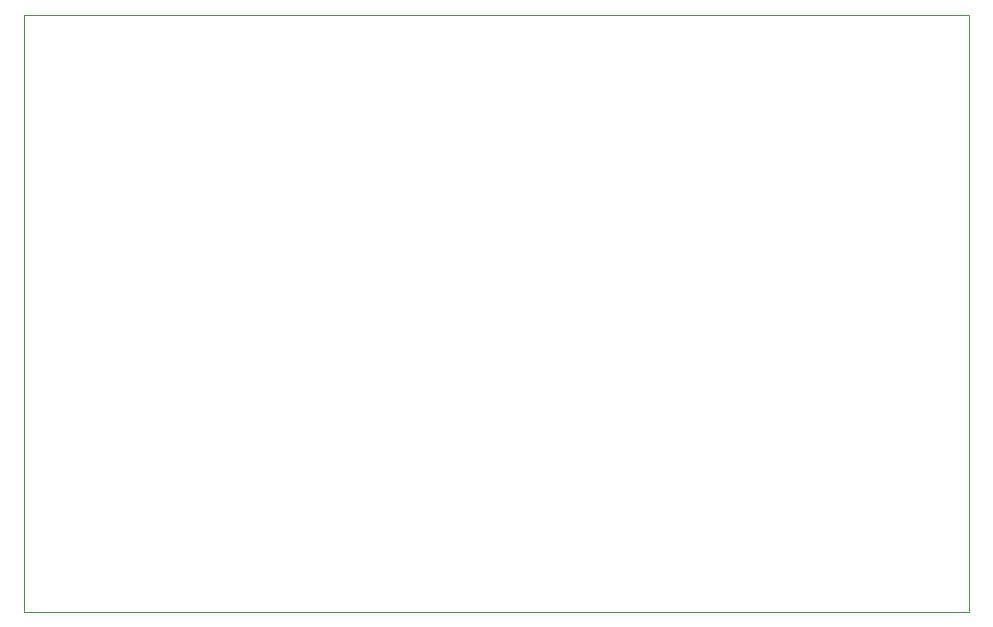
<source format=gbr>
%TF.GenerationSoftware,KiCad,Pcbnew,8.0.3*%
%TF.CreationDate,2024-06-28T12:40:16-06:00*%
%TF.ProjectId,Subsystem SPI Breakout v2,53756273-7973-4746-956d-205350492042,rev?*%
%TF.SameCoordinates,Original*%
%TF.FileFunction,Profile,NP*%
%FSLAX46Y46*%
G04 Gerber Fmt 4.6, Leading zero omitted, Abs format (unit mm)*
G04 Created by KiCad (PCBNEW 8.0.3) date 2024-06-28 12:40:16*
%MOMM*%
%LPD*%
G01*
G04 APERTURE LIST*
%TA.AperFunction,Profile*%
%ADD10C,0.050000*%
%TD*%
G04 APERTURE END LIST*
D10*
X103500000Y-51500000D02*
X183500000Y-51500000D01*
X183500000Y-102000000D01*
X103500000Y-102000000D01*
X103500000Y-51500000D01*
M02*

</source>
